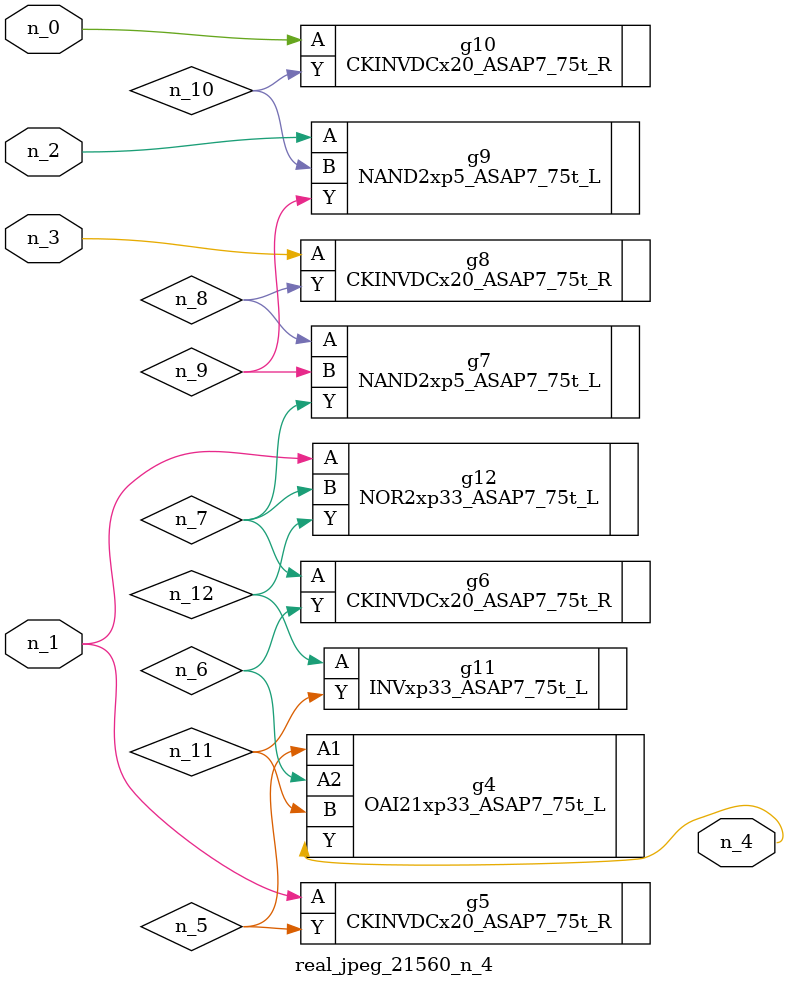
<source format=v>
module real_jpeg_21560_n_4 (n_3, n_1, n_0, n_2, n_4);

input n_3;
input n_1;
input n_0;
input n_2;

output n_4;

wire n_5;
wire n_8;
wire n_12;
wire n_11;
wire n_6;
wire n_7;
wire n_10;
wire n_9;

CKINVDCx20_ASAP7_75t_R g10 ( 
.A(n_0),
.Y(n_10)
);

CKINVDCx20_ASAP7_75t_R g5 ( 
.A(n_1),
.Y(n_5)
);

NOR2xp33_ASAP7_75t_L g12 ( 
.A(n_1),
.B(n_7),
.Y(n_12)
);

NAND2xp5_ASAP7_75t_L g9 ( 
.A(n_2),
.B(n_10),
.Y(n_9)
);

CKINVDCx20_ASAP7_75t_R g8 ( 
.A(n_3),
.Y(n_8)
);

OAI21xp33_ASAP7_75t_L g4 ( 
.A1(n_5),
.A2(n_6),
.B(n_11),
.Y(n_4)
);

CKINVDCx20_ASAP7_75t_R g6 ( 
.A(n_7),
.Y(n_6)
);

NAND2xp5_ASAP7_75t_L g7 ( 
.A(n_8),
.B(n_9),
.Y(n_7)
);

INVxp33_ASAP7_75t_L g11 ( 
.A(n_12),
.Y(n_11)
);


endmodule
</source>
